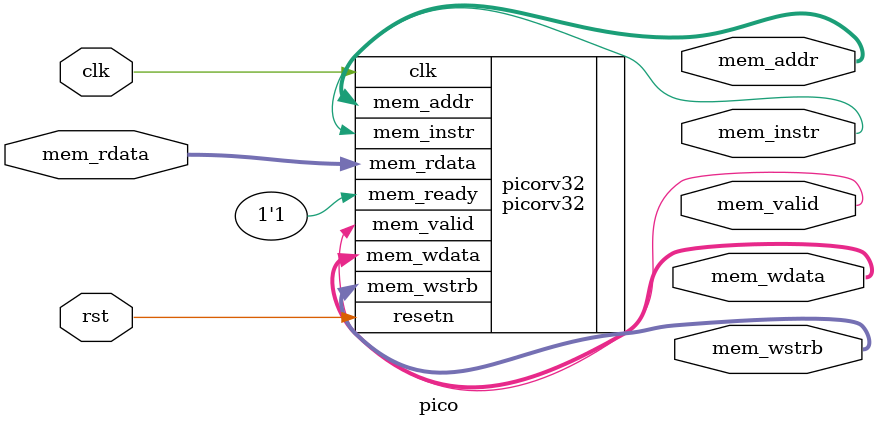
<source format=v>

module pico
(
   input clk,
	input rst,
	input [31:0] mem_rdata,
	output mem_valid,
	output mem_instr,
	output [31:0] mem_addr,
	output [31:0] mem_wdata,
	output [3:0] mem_wstrb
);

picorv32 
#(
	.ENABLE_COUNTERS(0),
	.LATCHED_MEM_RDATA(1),
	.TWO_STAGE_SHIFT(0),
	.CATCH_MISALIGN(0),
	.CATCH_ILLINSN(0)
) picorv32 (
	.clk      (clk), // Input: Clock
	.resetn   (rst      ), // Input: Reset
	.mem_valid(mem_valid            ), // Output: Indicates that a valid memory operation is happening.
	.mem_instr(mem_instr            ), // Output: Indicates whether the memory operation is an instruction fetch.
	.mem_ready(1'b1        ), // Input: Signals processor that memory is ready.
	.mem_addr (mem_addr    ), // Output: Address to memory.
	.mem_wdata(mem_wdata   ), // Output: Data to memory.
	.mem_wstrb(mem_wstrb   ), // Output: Write enable certain bytes.
	.mem_rdata(mem_rdata   )  // Input: Memory data to processor.
);

//module pico (
//	input         clk, 
//	input         resetn,
//	input         switch,
//   output  [7:0] led
//);
//
//wire [31:0] mem_addr;
//wire [31:0] mem_rdata;
//wire [31:0] mem_wdata;
//wire [3:0] mem_wstrb;
//wire [31:0] value;
//
//assign led = value[7:0];
//
//picorv32 
//#(
//	.ENABLE_COUNTERS(0),
//	.LATCHED_MEM_RDATA(1),
//	.TWO_STAGE_SHIFT(0),
//	.CATCH_MISALIGN(0),
//	.CATCH_ILLINSN(0)
//) picorv32 (
//	.clk      (clk & switch), // Input: Clock
//	.resetn   (resetn      ), // Input: Reset
//	.mem_valid(            ), // Output: Indicates that a valid memory operation is happening.
//	.mem_instr(            ), // Output: Indicates whether the memory operation is an instruction fetch.
//	.mem_ready(1'b1        ), // Input: Signals processor that memory is ready.
//	.mem_addr (mem_addr    ), // Output: Address to memory.
//	.mem_wdata(mem_wdata   ), // Output: Data to memory.
//	.mem_wstrb(mem_wstrb   ), // Output: Write enable certain bytes.
//	.mem_rdata(mem_rdata   )  // Input: Memory data to processor.
//);
//
//
//
//ram ram_inst
//(
//	.address_a (mem_addr[16:2]),
//	.address_b (15'h0100      ),
//	.byteena_a (mem_wstrb     ),
//	.clock     (~clk & switch  ),
//	.data_a    (mem_wdata     ),
//	.data_b    (32'b0         ),
//	.wren_a    (|mem_wstrb    ),
//	.wren_b    (1'b0          ),
//	.q_a       (mem_rdata     ),
//	.q_b       (value         )
//);
	
	

endmodule

</source>
